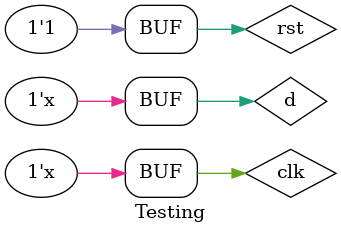
<source format=v>
module Testing;
    reg d,clk,rst;
    wire q;
    dff_sync_clear dff(d,rst,clk,q);
    
    always @ (posedge clk)
    begin
        $display("d=%b, clk=%b, q=%b\n",d,clk,rst,q);
    end
    initial
    begin
    #0 clk = 0;  
   end
    always #5 
    begin
    clk <= ~clk ; 
end  
   always #15
   begin
       d <= ~d;
   end
    initial
    begin
        d = 0; rst = 0;
        #4
        d = 1; rst = 1;
        #50
        d=1; rst = 0;
        #20
        d = 1; rst = 1;
    end
endmodule
</source>
